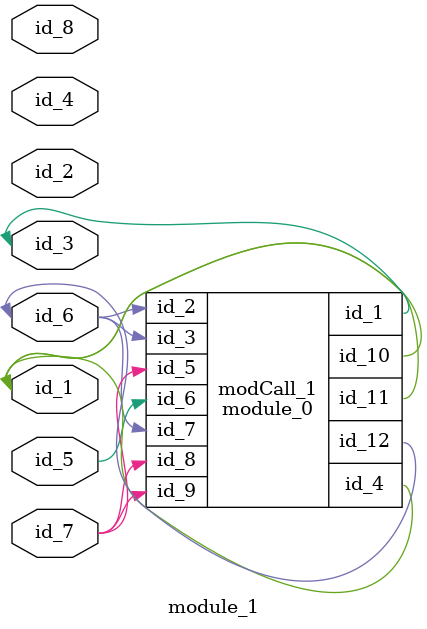
<source format=v>
module module_0 (
    id_1,
    id_2,
    id_3,
    id_4,
    id_5,
    id_6,
    id_7,
    id_8,
    id_9,
    id_10,
    id_11,
    id_12
);
  output wire id_12;
  output wire id_11;
  inout wire id_10;
  input wire id_9;
  input wire id_8;
  input wire id_7;
  input wire id_6;
  input wire id_5;
  output wire id_4;
  input wire id_3;
  input wire id_2;
  inout wire id_1;
  wire id_13;
endmodule
module module_1 (
    id_1,
    id_2,
    id_3,
    id_4,
    id_5,
    id_6,
    id_7,
    id_8
);
  input wire id_8;
  input wire id_7;
  inout wire id_6;
  inout wire id_5;
  input wire id_4;
  inout wire id_3;
  inout wire id_2;
  inout wire id_1;
  module_0 modCall_1 (
      id_3,
      id_6,
      id_6,
      id_1,
      id_7,
      id_5,
      id_6,
      id_7,
      id_7,
      id_1,
      id_1,
      id_6
  );
  wire id_9;
  specify
    (negedge id_10 => (id_11  : $realtime)) = (1  : -1  : id_7, -1  : id_4[$realtime] : id_6);
    (id_12 + => id_13) = ($realtime : 1  : $realtime, 1  : id_3  : id_1);
  endspecify
endmodule

</source>
